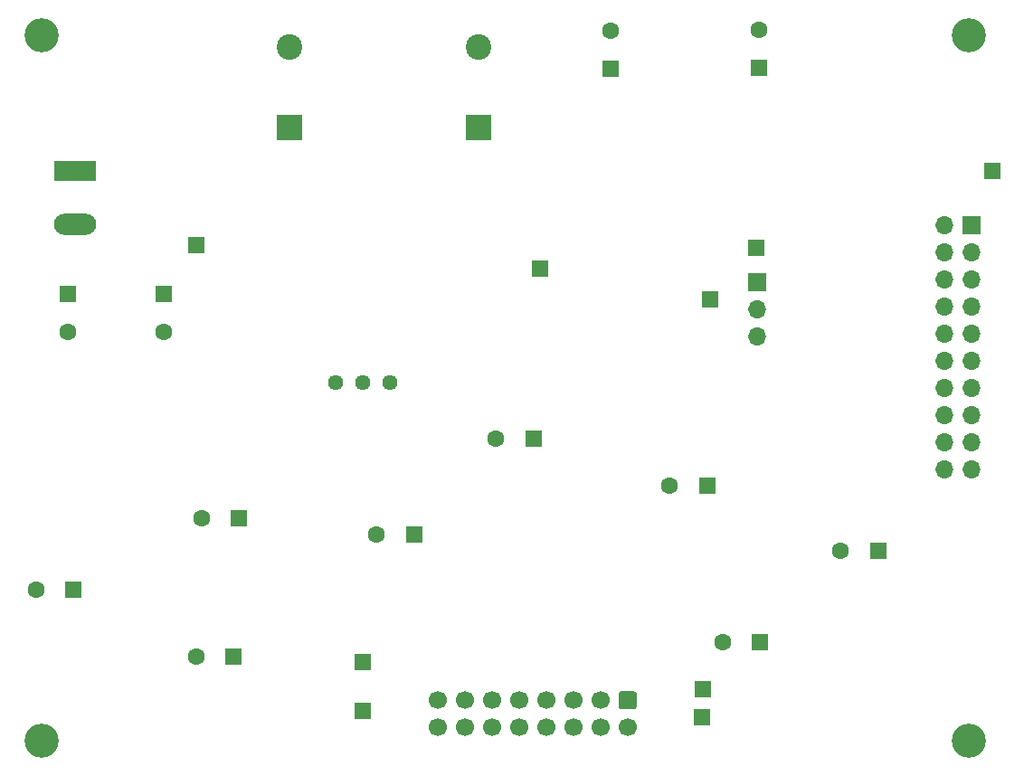
<source format=gbs>
G04 #@! TF.GenerationSoftware,KiCad,Pcbnew,(5.1.12)-1*
G04 #@! TF.CreationDate,2022-03-18T16:38:41+08:00*
G04 #@! TF.ProjectId,Printhead-Driver,5072696e-7468-4656-9164-2d4472697665,V0.5*
G04 #@! TF.SameCoordinates,Original*
G04 #@! TF.FileFunction,Soldermask,Bot*
G04 #@! TF.FilePolarity,Negative*
%FSLAX46Y46*%
G04 Gerber Fmt 4.6, Leading zero omitted, Abs format (unit mm)*
G04 Created by KiCad (PCBNEW (5.1.12)-1) date 2022-03-18 16:38:41*
%MOMM*%
%LPD*%
G01*
G04 APERTURE LIST*
%ADD10R,1.500000X1.500000*%
%ADD11C,1.700000*%
%ADD12C,1.600000*%
%ADD13R,1.600000X1.600000*%
%ADD14C,3.200000*%
%ADD15C,1.440000*%
%ADD16O,1.700000X1.700000*%
%ADD17R,1.700000X1.700000*%
%ADD18O,3.960000X1.980000*%
%ADD19R,3.960000X1.980000*%
%ADD20C,2.400000*%
%ADD21R,2.400000X2.400000*%
G04 APERTURE END LIST*
D10*
X118935500Y-85217000D03*
D11*
X141541500Y-130365500D03*
X144081500Y-130365500D03*
X146621500Y-130365500D03*
X149161500Y-130365500D03*
X151701500Y-130365500D03*
X154241500Y-130365500D03*
X156781500Y-130365500D03*
X159321500Y-130365500D03*
X141541500Y-127825500D03*
X144081500Y-127825500D03*
X146621500Y-127825500D03*
X149161500Y-127825500D03*
X151701500Y-127825500D03*
X154241500Y-127825500D03*
X156781500Y-127825500D03*
G36*
G01*
X158721500Y-126975500D02*
X159921500Y-126975500D01*
G75*
G02*
X160171500Y-127225500I0J-250000D01*
G01*
X160171500Y-128425500D01*
G75*
G02*
X159921500Y-128675500I-250000J0D01*
G01*
X158721500Y-128675500D01*
G75*
G02*
X158471500Y-128425500I0J250000D01*
G01*
X158471500Y-127225500D01*
G75*
G02*
X158721500Y-126975500I250000J0D01*
G01*
G37*
D10*
X166370000Y-126752000D03*
X166306500Y-129413000D03*
D12*
X146995000Y-103314500D03*
D13*
X150495000Y-103314500D03*
D14*
X104457500Y-131572000D03*
X191262000Y-131572000D03*
X191262000Y-65595500D03*
X104457500Y-65595500D03*
D12*
X171577000Y-65080000D03*
D13*
X171577000Y-68580000D03*
D12*
X157734000Y-65151000D03*
D13*
X157734000Y-68651000D03*
D12*
X115887500Y-93289000D03*
D13*
X115887500Y-89789000D03*
D12*
X106934000Y-93289000D03*
D13*
X106934000Y-89789000D03*
D12*
X135819000Y-112268000D03*
D13*
X139319000Y-112268000D03*
D12*
X168204000Y-122364499D03*
D13*
X171704000Y-122364499D03*
D12*
X103942000Y-117475000D03*
D13*
X107442000Y-117475000D03*
D12*
X179253000Y-113791999D03*
D13*
X182753000Y-113791999D03*
D12*
X119436000Y-110744000D03*
D13*
X122936000Y-110744000D03*
D12*
X163251000Y-107696000D03*
D13*
X166751000Y-107696000D03*
D12*
X118928000Y-123761500D03*
D13*
X122428000Y-123761500D03*
D10*
X193421000Y-78232000D03*
X171386500Y-85471000D03*
X167005000Y-90297000D03*
X151130000Y-87376000D03*
X134556500Y-124269500D03*
X134556500Y-128778000D03*
D15*
X137033000Y-98044000D03*
X134493000Y-98044000D03*
X131953000Y-98044000D03*
D16*
X171450000Y-93726000D03*
X171450000Y-91186000D03*
D17*
X171450000Y-88646000D03*
D18*
X107569000Y-83232000D03*
D19*
X107569000Y-78232000D03*
D16*
X188976000Y-106172000D03*
X191516000Y-106172000D03*
X188976000Y-103632000D03*
X191516000Y-103632000D03*
X188976000Y-101092000D03*
X191516000Y-101092000D03*
X188976000Y-98552000D03*
X191516000Y-98552000D03*
X188976000Y-96012000D03*
X191516000Y-96012000D03*
X188976000Y-93472000D03*
X191516000Y-93472000D03*
X188976000Y-90932000D03*
X191516000Y-90932000D03*
X188976000Y-88392000D03*
X191516000Y-88392000D03*
X188976000Y-85852000D03*
X191516000Y-85852000D03*
X188976000Y-83312000D03*
D17*
X191516000Y-83312000D03*
D20*
X145351500Y-66668000D03*
D21*
X145351500Y-74168000D03*
D20*
X127635000Y-66668000D03*
D21*
X127635000Y-74168000D03*
M02*

</source>
